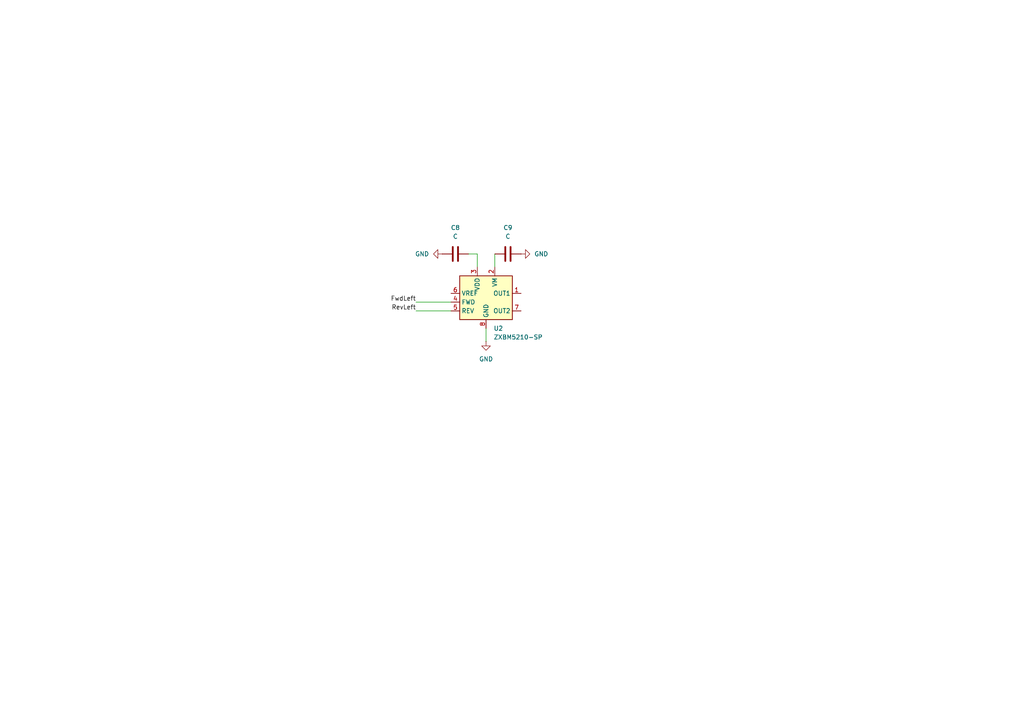
<source format=kicad_sch>
(kicad_sch (version 20231120) (generator "eeschema") (generator_version "8.0")
  (paper "A4")
  (lib_symbols
    (symbol "Device:C" (pin_numbers hide) (pin_names (offset 0.254))
      (property "Reference" "C" (at 0.635 2.54 0))
      (property "Value" "C" (at 0.635 -2.54 0))
      (symbol "C_0_1"
        (polyline (pts (xy -2.032 -0.762) (xy 2.032 -0.762)) (stroke (width 0.508)))
        (polyline (pts (xy -2.032 0.762) (xy 2.032 0.762)) (stroke (width 0.508)))
      )
      (symbol "C_1_1"
        (pin passive line (at 0 3.81 270) (length 2.794) (name "~") (number "1"))
        (pin passive line (at 0 -3.81 90) (length 2.794) (name "~") (number "2"))
      )
    )
    (symbol "Driver_Motor:ZXBM5210-SP"
      (property "Reference" "U" (at -7.62 8.89 0))
      (property "Value" "ZXBM5210-SP" (at 10.16 8.89 0))
      (symbol "ZXBM5210-SP_0_0"
        (pin output line (at 10.16 2.54 180) (length 2.54) (name "OUT1") (number "1"))
        (pin power_in line (at 2.54 10.16 270) (length 2.54) (name "VM") (number "2"))
        (pin power_in line (at -2.54 10.16 270) (length 2.54) (name "VDD") (number "3"))
        (pin input line (at -10.16 0 0) (length 2.54) (name "FWD") (number "4"))
        (pin input line (at -10.16 -2.54 0) (length 2.54) (name "REV") (number "5"))
        (pin input line (at -10.16 2.54 0) (length 2.54) (name "VREF") (number "6"))
        (pin output line (at 10.16 -2.54 180) (length 2.54) (name "OUT2") (number "7"))
        (pin power_in line (at 0 -7.62 90) (length 2.54) (name "GND") (number "8"))
        (pin passive line (at 0 -7.62 90) (length 2.54) hide (name "GND") (number "9"))
      )
      (symbol "ZXBM5210-SP_0_1"
        (rectangle (start -7.62 7.62) (end 7.62 -5.08) (stroke (width 0.254)) (fill (type background)))
      )
    )
    (symbol "power:GND" (power) (pin_numbers hide) (pin_names (offset 0) hide)
      (property "Value" "GND" (at 0 -3.81 0))
      (symbol "GND_0_1"
        (polyline (pts (xy 0 0) (xy 0 -1.27) (xy 1.27 -1.27) (xy 0 -2.54) (xy -1.27 -1.27) (xy 0 -1.27)))
      )
      (symbol "GND_1_1"
        (pin power_in line (at 0 0 270) (length 0) (name "~") (number "1"))
      )
    )
  )
  (wire (pts (xy 138.43 77.47) (xy 138.43 73.66)))
  (wire (pts (xy 120.65 90.17) (xy 130.81 90.17)))
  (wire (pts (xy 143.51 73.66) (xy 143.51 77.47)))
  (wire (pts (xy 140.97 95.25) (xy 140.97 99.06)))
  (wire (pts (xy 120.65 87.63) (xy 130.81 87.63)))
  (wire (pts (xy 138.43 73.66) (xy 135.89 73.66)))
  (label "RevLeft" (at 120.65 90.17 180))
  (label "FwdLeft" (at 120.65 87.63 180))
  (symbol (lib_id "power:GND") (at 151.13 73.66 90) (unit 1)
    (property "Reference" "#PWR021" (effects (hide yes)))
    (property "Value" "GND" (at 154.94 73.6599 90) (effects (justify right)))
    (property "Description" "Power symbol creates a global label with name \"GND\" , ground" (effects (hide yes)))
  )
  (symbol (lib_id "Device:C") (at 132.08 73.66 90) (unit 1)
    (property "Reference" "C8" (at 132.08 66.04 90))
    (property "Value" "C" (at 132.08 68.58 90))
    (property "Description" "Unpolarized capacitor" (effects (hide yes)))
  )
  (symbol (lib_id "Driver_Motor:ZXBM5210-SP") (at 140.97 87.63 0) (unit 1)
    (property "Reference" "U2" (at 143.1641 95.25 0) (effects (justify left)))
    (property "Value" "ZXBM5210-SP" (at 143.1641 97.79 0) (effects (justify left)))
    (property "Footprint" "Package_SO:Diodes_SO-8EP" (effects (hide yes)))
    (property "Datasheet" "https://www.diodes.com/assets/Datasheets/ZXBM5210.pdf" (effects (hide yes)))
    (property "Description" "Reversible DC motor drive with speed control, 3-18V, 0.85A, SOIC-8EP" (effects (hide yes)))
  )
  (symbol (lib_id "power:GND") (at 128.27 73.66 270) (unit 1)
    (property "Reference" "#PWR020" (effects (hide yes)))
    (property "Value" "GND" (at 124.46 73.6599 90) (effects (justify right)))
    (property "Description" "Power symbol creates a global label with name \"GND\" , ground" (effects (hide yes)))
  )
  (symbol (lib_id "Device:C") (at 147.32 73.66 270) (unit 1)
    (property "Reference" "C9" (at 147.32 66.04 90))
    (property "Value" "C" (at 147.32 68.58 90))
    (property "Description" "Unpolarized capacitor" (effects (hide yes)))
  )
  (symbol (lib_id "power:GND") (at 140.97 99.06 0) (unit 1)
    (property "Reference" "#PWR019" (effects (hide yes)))
    (property "Value" "GND" (at 140.97 104.14 0))
    (property "Description" "Power symbol creates a global label with name \"GND\" , ground" (effects (hide yes)))
  )
)
</source>
